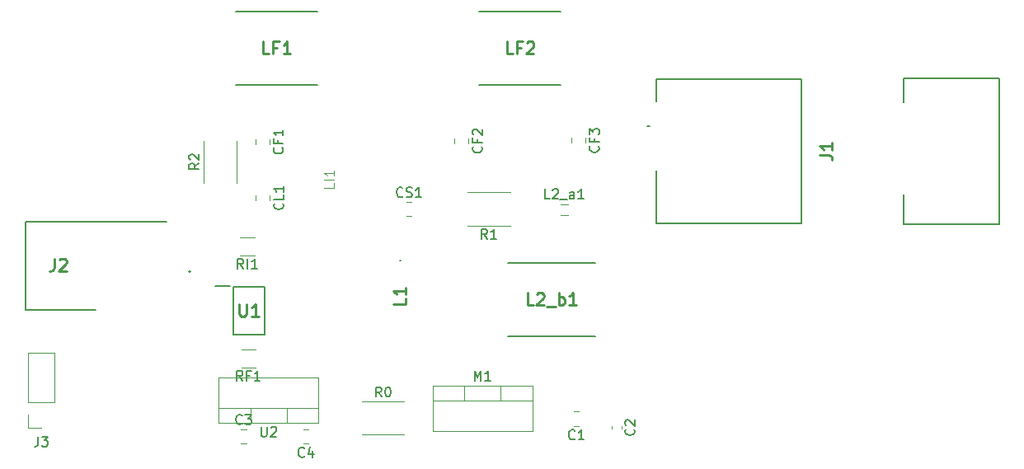
<source format=gbr>
%TF.GenerationSoftware,KiCad,Pcbnew,8.0.3-8.0.3-0~ubuntu23.10.1*%
%TF.CreationDate,2024-11-21T20:35:22-05:00*%
%TF.ProjectId,28mhz_class_e_amplifier_for_pi,32386d68-7a5f-4636-9c61-73735f655f61,alpha*%
%TF.SameCoordinates,Original*%
%TF.FileFunction,Legend,Top*%
%TF.FilePolarity,Positive*%
%FSLAX46Y46*%
G04 Gerber Fmt 4.6, Leading zero omitted, Abs format (unit mm)*
G04 Created by KiCad (PCBNEW 8.0.3-8.0.3-0~ubuntu23.10.1) date 2024-11-21 20:35:22*
%MOMM*%
%LPD*%
G01*
G04 APERTURE LIST*
%ADD10C,0.150000*%
%ADD11C,0.254000*%
%ADD12C,0.100000*%
%ADD13C,0.120000*%
%ADD14C,0.200000*%
G04 APERTURE END LIST*
D10*
X169189580Y-101616666D02*
X169237200Y-101664285D01*
X169237200Y-101664285D02*
X169284819Y-101807142D01*
X169284819Y-101807142D02*
X169284819Y-101902380D01*
X169284819Y-101902380D02*
X169237200Y-102045237D01*
X169237200Y-102045237D02*
X169141961Y-102140475D01*
X169141961Y-102140475D02*
X169046723Y-102188094D01*
X169046723Y-102188094D02*
X168856247Y-102235713D01*
X168856247Y-102235713D02*
X168713390Y-102235713D01*
X168713390Y-102235713D02*
X168522914Y-102188094D01*
X168522914Y-102188094D02*
X168427676Y-102140475D01*
X168427676Y-102140475D02*
X168332438Y-102045237D01*
X168332438Y-102045237D02*
X168284819Y-101902380D01*
X168284819Y-101902380D02*
X168284819Y-101807142D01*
X168284819Y-101807142D02*
X168332438Y-101664285D01*
X168332438Y-101664285D02*
X168380057Y-101616666D01*
X168380057Y-101235713D02*
X168332438Y-101188094D01*
X168332438Y-101188094D02*
X168284819Y-101092856D01*
X168284819Y-101092856D02*
X168284819Y-100854761D01*
X168284819Y-100854761D02*
X168332438Y-100759523D01*
X168332438Y-100759523D02*
X168380057Y-100711904D01*
X168380057Y-100711904D02*
X168475295Y-100664285D01*
X168475295Y-100664285D02*
X168570533Y-100664285D01*
X168570533Y-100664285D02*
X168713390Y-100711904D01*
X168713390Y-100711904D02*
X169284819Y-101283332D01*
X169284819Y-101283332D02*
X169284819Y-100664285D01*
X160573809Y-77954819D02*
X160097619Y-77954819D01*
X160097619Y-77954819D02*
X160097619Y-76954819D01*
X160859524Y-77050057D02*
X160907143Y-77002438D01*
X160907143Y-77002438D02*
X161002381Y-76954819D01*
X161002381Y-76954819D02*
X161240476Y-76954819D01*
X161240476Y-76954819D02*
X161335714Y-77002438D01*
X161335714Y-77002438D02*
X161383333Y-77050057D01*
X161383333Y-77050057D02*
X161430952Y-77145295D01*
X161430952Y-77145295D02*
X161430952Y-77240533D01*
X161430952Y-77240533D02*
X161383333Y-77383390D01*
X161383333Y-77383390D02*
X160811905Y-77954819D01*
X160811905Y-77954819D02*
X161430952Y-77954819D01*
X161621429Y-78050057D02*
X162383333Y-78050057D01*
X163050000Y-77954819D02*
X163050000Y-77431009D01*
X163050000Y-77431009D02*
X163002381Y-77335771D01*
X163002381Y-77335771D02*
X162907143Y-77288152D01*
X162907143Y-77288152D02*
X162716667Y-77288152D01*
X162716667Y-77288152D02*
X162621429Y-77335771D01*
X163050000Y-77907200D02*
X162954762Y-77954819D01*
X162954762Y-77954819D02*
X162716667Y-77954819D01*
X162716667Y-77954819D02*
X162621429Y-77907200D01*
X162621429Y-77907200D02*
X162573810Y-77811961D01*
X162573810Y-77811961D02*
X162573810Y-77716723D01*
X162573810Y-77716723D02*
X162621429Y-77621485D01*
X162621429Y-77621485D02*
X162716667Y-77573866D01*
X162716667Y-77573866D02*
X162954762Y-77573866D01*
X162954762Y-77573866D02*
X163050000Y-77526247D01*
X164050000Y-77954819D02*
X163478572Y-77954819D01*
X163764286Y-77954819D02*
X163764286Y-76954819D01*
X163764286Y-76954819D02*
X163669048Y-77097676D01*
X163669048Y-77097676D02*
X163573810Y-77192914D01*
X163573810Y-77192914D02*
X163478572Y-77240533D01*
X143283333Y-98284819D02*
X142950000Y-97808628D01*
X142711905Y-98284819D02*
X142711905Y-97284819D01*
X142711905Y-97284819D02*
X143092857Y-97284819D01*
X143092857Y-97284819D02*
X143188095Y-97332438D01*
X143188095Y-97332438D02*
X143235714Y-97380057D01*
X143235714Y-97380057D02*
X143283333Y-97475295D01*
X143283333Y-97475295D02*
X143283333Y-97618152D01*
X143283333Y-97618152D02*
X143235714Y-97713390D01*
X143235714Y-97713390D02*
X143188095Y-97761009D01*
X143188095Y-97761009D02*
X143092857Y-97808628D01*
X143092857Y-97808628D02*
X142711905Y-97808628D01*
X143902381Y-97284819D02*
X143997619Y-97284819D01*
X143997619Y-97284819D02*
X144092857Y-97332438D01*
X144092857Y-97332438D02*
X144140476Y-97380057D01*
X144140476Y-97380057D02*
X144188095Y-97475295D01*
X144188095Y-97475295D02*
X144235714Y-97665771D01*
X144235714Y-97665771D02*
X144235714Y-97903866D01*
X144235714Y-97903866D02*
X144188095Y-98094342D01*
X144188095Y-98094342D02*
X144140476Y-98189580D01*
X144140476Y-98189580D02*
X144092857Y-98237200D01*
X144092857Y-98237200D02*
X143997619Y-98284819D01*
X143997619Y-98284819D02*
X143902381Y-98284819D01*
X143902381Y-98284819D02*
X143807143Y-98237200D01*
X143807143Y-98237200D02*
X143759524Y-98189580D01*
X143759524Y-98189580D02*
X143711905Y-98094342D01*
X143711905Y-98094342D02*
X143664286Y-97903866D01*
X143664286Y-97903866D02*
X143664286Y-97665771D01*
X143664286Y-97665771D02*
X143711905Y-97475295D01*
X143711905Y-97475295D02*
X143759524Y-97380057D01*
X143759524Y-97380057D02*
X143807143Y-97332438D01*
X143807143Y-97332438D02*
X143902381Y-97284819D01*
X154133333Y-82074819D02*
X153800000Y-81598628D01*
X153561905Y-82074819D02*
X153561905Y-81074819D01*
X153561905Y-81074819D02*
X153942857Y-81074819D01*
X153942857Y-81074819D02*
X154038095Y-81122438D01*
X154038095Y-81122438D02*
X154085714Y-81170057D01*
X154085714Y-81170057D02*
X154133333Y-81265295D01*
X154133333Y-81265295D02*
X154133333Y-81408152D01*
X154133333Y-81408152D02*
X154085714Y-81503390D01*
X154085714Y-81503390D02*
X154038095Y-81551009D01*
X154038095Y-81551009D02*
X153942857Y-81598628D01*
X153942857Y-81598628D02*
X153561905Y-81598628D01*
X155085714Y-82074819D02*
X154514286Y-82074819D01*
X154800000Y-82074819D02*
X154800000Y-81074819D01*
X154800000Y-81074819D02*
X154704762Y-81217676D01*
X154704762Y-81217676D02*
X154609524Y-81312914D01*
X154609524Y-81312914D02*
X154514286Y-81360533D01*
X124534819Y-74316666D02*
X124058628Y-74649999D01*
X124534819Y-74888094D02*
X123534819Y-74888094D01*
X123534819Y-74888094D02*
X123534819Y-74507142D01*
X123534819Y-74507142D02*
X123582438Y-74411904D01*
X123582438Y-74411904D02*
X123630057Y-74364285D01*
X123630057Y-74364285D02*
X123725295Y-74316666D01*
X123725295Y-74316666D02*
X123868152Y-74316666D01*
X123868152Y-74316666D02*
X123963390Y-74364285D01*
X123963390Y-74364285D02*
X124011009Y-74411904D01*
X124011009Y-74411904D02*
X124058628Y-74507142D01*
X124058628Y-74507142D02*
X124058628Y-74888094D01*
X123630057Y-73935713D02*
X123582438Y-73888094D01*
X123582438Y-73888094D02*
X123534819Y-73792856D01*
X123534819Y-73792856D02*
X123534819Y-73554761D01*
X123534819Y-73554761D02*
X123582438Y-73459523D01*
X123582438Y-73459523D02*
X123630057Y-73411904D01*
X123630057Y-73411904D02*
X123725295Y-73364285D01*
X123725295Y-73364285D02*
X123820533Y-73364285D01*
X123820533Y-73364285D02*
X123963390Y-73411904D01*
X123963390Y-73411904D02*
X124534819Y-73983332D01*
X124534819Y-73983332D02*
X124534819Y-73364285D01*
X145457142Y-77679580D02*
X145409523Y-77727200D01*
X145409523Y-77727200D02*
X145266666Y-77774819D01*
X145266666Y-77774819D02*
X145171428Y-77774819D01*
X145171428Y-77774819D02*
X145028571Y-77727200D01*
X145028571Y-77727200D02*
X144933333Y-77631961D01*
X144933333Y-77631961D02*
X144885714Y-77536723D01*
X144885714Y-77536723D02*
X144838095Y-77346247D01*
X144838095Y-77346247D02*
X144838095Y-77203390D01*
X144838095Y-77203390D02*
X144885714Y-77012914D01*
X144885714Y-77012914D02*
X144933333Y-76917676D01*
X144933333Y-76917676D02*
X145028571Y-76822438D01*
X145028571Y-76822438D02*
X145171428Y-76774819D01*
X145171428Y-76774819D02*
X145266666Y-76774819D01*
X145266666Y-76774819D02*
X145409523Y-76822438D01*
X145409523Y-76822438D02*
X145457142Y-76870057D01*
X145838095Y-77727200D02*
X145980952Y-77774819D01*
X145980952Y-77774819D02*
X146219047Y-77774819D01*
X146219047Y-77774819D02*
X146314285Y-77727200D01*
X146314285Y-77727200D02*
X146361904Y-77679580D01*
X146361904Y-77679580D02*
X146409523Y-77584342D01*
X146409523Y-77584342D02*
X146409523Y-77489104D01*
X146409523Y-77489104D02*
X146361904Y-77393866D01*
X146361904Y-77393866D02*
X146314285Y-77346247D01*
X146314285Y-77346247D02*
X146219047Y-77298628D01*
X146219047Y-77298628D02*
X146028571Y-77251009D01*
X146028571Y-77251009D02*
X145933333Y-77203390D01*
X145933333Y-77203390D02*
X145885714Y-77155771D01*
X145885714Y-77155771D02*
X145838095Y-77060533D01*
X145838095Y-77060533D02*
X145838095Y-76965295D01*
X145838095Y-76965295D02*
X145885714Y-76870057D01*
X145885714Y-76870057D02*
X145933333Y-76822438D01*
X145933333Y-76822438D02*
X146028571Y-76774819D01*
X146028571Y-76774819D02*
X146266666Y-76774819D01*
X146266666Y-76774819D02*
X146409523Y-76822438D01*
X147361904Y-77774819D02*
X146790476Y-77774819D01*
X147076190Y-77774819D02*
X147076190Y-76774819D01*
X147076190Y-76774819D02*
X146980952Y-76917676D01*
X146980952Y-76917676D02*
X146885714Y-77012914D01*
X146885714Y-77012914D02*
X146790476Y-77060533D01*
X135358333Y-104389580D02*
X135310714Y-104437200D01*
X135310714Y-104437200D02*
X135167857Y-104484819D01*
X135167857Y-104484819D02*
X135072619Y-104484819D01*
X135072619Y-104484819D02*
X134929762Y-104437200D01*
X134929762Y-104437200D02*
X134834524Y-104341961D01*
X134834524Y-104341961D02*
X134786905Y-104246723D01*
X134786905Y-104246723D02*
X134739286Y-104056247D01*
X134739286Y-104056247D02*
X134739286Y-103913390D01*
X134739286Y-103913390D02*
X134786905Y-103722914D01*
X134786905Y-103722914D02*
X134834524Y-103627676D01*
X134834524Y-103627676D02*
X134929762Y-103532438D01*
X134929762Y-103532438D02*
X135072619Y-103484819D01*
X135072619Y-103484819D02*
X135167857Y-103484819D01*
X135167857Y-103484819D02*
X135310714Y-103532438D01*
X135310714Y-103532438D02*
X135358333Y-103580057D01*
X136215476Y-103818152D02*
X136215476Y-104484819D01*
X135977381Y-103437200D02*
X135739286Y-104151485D01*
X135739286Y-104151485D02*
X136358333Y-104151485D01*
X163133333Y-102589580D02*
X163085714Y-102637200D01*
X163085714Y-102637200D02*
X162942857Y-102684819D01*
X162942857Y-102684819D02*
X162847619Y-102684819D01*
X162847619Y-102684819D02*
X162704762Y-102637200D01*
X162704762Y-102637200D02*
X162609524Y-102541961D01*
X162609524Y-102541961D02*
X162561905Y-102446723D01*
X162561905Y-102446723D02*
X162514286Y-102256247D01*
X162514286Y-102256247D02*
X162514286Y-102113390D01*
X162514286Y-102113390D02*
X162561905Y-101922914D01*
X162561905Y-101922914D02*
X162609524Y-101827676D01*
X162609524Y-101827676D02*
X162704762Y-101732438D01*
X162704762Y-101732438D02*
X162847619Y-101684819D01*
X162847619Y-101684819D02*
X162942857Y-101684819D01*
X162942857Y-101684819D02*
X163085714Y-101732438D01*
X163085714Y-101732438D02*
X163133333Y-101780057D01*
X164085714Y-102684819D02*
X163514286Y-102684819D01*
X163800000Y-102684819D02*
X163800000Y-101684819D01*
X163800000Y-101684819D02*
X163704762Y-101827676D01*
X163704762Y-101827676D02*
X163609524Y-101922914D01*
X163609524Y-101922914D02*
X163514286Y-101970533D01*
X133114580Y-78421428D02*
X133162200Y-78469047D01*
X133162200Y-78469047D02*
X133209819Y-78611904D01*
X133209819Y-78611904D02*
X133209819Y-78707142D01*
X133209819Y-78707142D02*
X133162200Y-78849999D01*
X133162200Y-78849999D02*
X133066961Y-78945237D01*
X133066961Y-78945237D02*
X132971723Y-78992856D01*
X132971723Y-78992856D02*
X132781247Y-79040475D01*
X132781247Y-79040475D02*
X132638390Y-79040475D01*
X132638390Y-79040475D02*
X132447914Y-78992856D01*
X132447914Y-78992856D02*
X132352676Y-78945237D01*
X132352676Y-78945237D02*
X132257438Y-78849999D01*
X132257438Y-78849999D02*
X132209819Y-78707142D01*
X132209819Y-78707142D02*
X132209819Y-78611904D01*
X132209819Y-78611904D02*
X132257438Y-78469047D01*
X132257438Y-78469047D02*
X132305057Y-78421428D01*
X133209819Y-77516666D02*
X133209819Y-77992856D01*
X133209819Y-77992856D02*
X132209819Y-77992856D01*
X133209819Y-76659523D02*
X133209819Y-77230951D01*
X133209819Y-76945237D02*
X132209819Y-76945237D01*
X132209819Y-76945237D02*
X132352676Y-77040475D01*
X132352676Y-77040475D02*
X132447914Y-77135713D01*
X132447914Y-77135713D02*
X132495533Y-77230951D01*
X133089580Y-72695238D02*
X133137200Y-72742857D01*
X133137200Y-72742857D02*
X133184819Y-72885714D01*
X133184819Y-72885714D02*
X133184819Y-72980952D01*
X133184819Y-72980952D02*
X133137200Y-73123809D01*
X133137200Y-73123809D02*
X133041961Y-73219047D01*
X133041961Y-73219047D02*
X132946723Y-73266666D01*
X132946723Y-73266666D02*
X132756247Y-73314285D01*
X132756247Y-73314285D02*
X132613390Y-73314285D01*
X132613390Y-73314285D02*
X132422914Y-73266666D01*
X132422914Y-73266666D02*
X132327676Y-73219047D01*
X132327676Y-73219047D02*
X132232438Y-73123809D01*
X132232438Y-73123809D02*
X132184819Y-72980952D01*
X132184819Y-72980952D02*
X132184819Y-72885714D01*
X132184819Y-72885714D02*
X132232438Y-72742857D01*
X132232438Y-72742857D02*
X132280057Y-72695238D01*
X132661009Y-71933333D02*
X132661009Y-72266666D01*
X133184819Y-72266666D02*
X132184819Y-72266666D01*
X132184819Y-72266666D02*
X132184819Y-71790476D01*
X133184819Y-70885714D02*
X133184819Y-71457142D01*
X133184819Y-71171428D02*
X132184819Y-71171428D01*
X132184819Y-71171428D02*
X132327676Y-71266666D01*
X132327676Y-71266666D02*
X132422914Y-71361904D01*
X132422914Y-71361904D02*
X132470533Y-71457142D01*
X128958333Y-101029580D02*
X128910714Y-101077200D01*
X128910714Y-101077200D02*
X128767857Y-101124819D01*
X128767857Y-101124819D02*
X128672619Y-101124819D01*
X128672619Y-101124819D02*
X128529762Y-101077200D01*
X128529762Y-101077200D02*
X128434524Y-100981961D01*
X128434524Y-100981961D02*
X128386905Y-100886723D01*
X128386905Y-100886723D02*
X128339286Y-100696247D01*
X128339286Y-100696247D02*
X128339286Y-100553390D01*
X128339286Y-100553390D02*
X128386905Y-100362914D01*
X128386905Y-100362914D02*
X128434524Y-100267676D01*
X128434524Y-100267676D02*
X128529762Y-100172438D01*
X128529762Y-100172438D02*
X128672619Y-100124819D01*
X128672619Y-100124819D02*
X128767857Y-100124819D01*
X128767857Y-100124819D02*
X128910714Y-100172438D01*
X128910714Y-100172438D02*
X128958333Y-100220057D01*
X129291667Y-100124819D02*
X129910714Y-100124819D01*
X129910714Y-100124819D02*
X129577381Y-100505771D01*
X129577381Y-100505771D02*
X129720238Y-100505771D01*
X129720238Y-100505771D02*
X129815476Y-100553390D01*
X129815476Y-100553390D02*
X129863095Y-100601009D01*
X129863095Y-100601009D02*
X129910714Y-100696247D01*
X129910714Y-100696247D02*
X129910714Y-100934342D01*
X129910714Y-100934342D02*
X129863095Y-101029580D01*
X129863095Y-101029580D02*
X129815476Y-101077200D01*
X129815476Y-101077200D02*
X129720238Y-101124819D01*
X129720238Y-101124819D02*
X129434524Y-101124819D01*
X129434524Y-101124819D02*
X129339286Y-101077200D01*
X129339286Y-101077200D02*
X129291667Y-101029580D01*
X153539580Y-72595238D02*
X153587200Y-72642857D01*
X153587200Y-72642857D02*
X153634819Y-72785714D01*
X153634819Y-72785714D02*
X153634819Y-72880952D01*
X153634819Y-72880952D02*
X153587200Y-73023809D01*
X153587200Y-73023809D02*
X153491961Y-73119047D01*
X153491961Y-73119047D02*
X153396723Y-73166666D01*
X153396723Y-73166666D02*
X153206247Y-73214285D01*
X153206247Y-73214285D02*
X153063390Y-73214285D01*
X153063390Y-73214285D02*
X152872914Y-73166666D01*
X152872914Y-73166666D02*
X152777676Y-73119047D01*
X152777676Y-73119047D02*
X152682438Y-73023809D01*
X152682438Y-73023809D02*
X152634819Y-72880952D01*
X152634819Y-72880952D02*
X152634819Y-72785714D01*
X152634819Y-72785714D02*
X152682438Y-72642857D01*
X152682438Y-72642857D02*
X152730057Y-72595238D01*
X153111009Y-71833333D02*
X153111009Y-72166666D01*
X153634819Y-72166666D02*
X152634819Y-72166666D01*
X152634819Y-72166666D02*
X152634819Y-71690476D01*
X152730057Y-71357142D02*
X152682438Y-71309523D01*
X152682438Y-71309523D02*
X152634819Y-71214285D01*
X152634819Y-71214285D02*
X152634819Y-70976190D01*
X152634819Y-70976190D02*
X152682438Y-70880952D01*
X152682438Y-70880952D02*
X152730057Y-70833333D01*
X152730057Y-70833333D02*
X152825295Y-70785714D01*
X152825295Y-70785714D02*
X152920533Y-70785714D01*
X152920533Y-70785714D02*
X153063390Y-70833333D01*
X153063390Y-70833333D02*
X153634819Y-71404761D01*
X153634819Y-71404761D02*
X153634819Y-70785714D01*
X165539580Y-72545238D02*
X165587200Y-72592857D01*
X165587200Y-72592857D02*
X165634819Y-72735714D01*
X165634819Y-72735714D02*
X165634819Y-72830952D01*
X165634819Y-72830952D02*
X165587200Y-72973809D01*
X165587200Y-72973809D02*
X165491961Y-73069047D01*
X165491961Y-73069047D02*
X165396723Y-73116666D01*
X165396723Y-73116666D02*
X165206247Y-73164285D01*
X165206247Y-73164285D02*
X165063390Y-73164285D01*
X165063390Y-73164285D02*
X164872914Y-73116666D01*
X164872914Y-73116666D02*
X164777676Y-73069047D01*
X164777676Y-73069047D02*
X164682438Y-72973809D01*
X164682438Y-72973809D02*
X164634819Y-72830952D01*
X164634819Y-72830952D02*
X164634819Y-72735714D01*
X164634819Y-72735714D02*
X164682438Y-72592857D01*
X164682438Y-72592857D02*
X164730057Y-72545238D01*
X165111009Y-71783333D02*
X165111009Y-72116666D01*
X165634819Y-72116666D02*
X164634819Y-72116666D01*
X164634819Y-72116666D02*
X164634819Y-71640476D01*
X164634819Y-71354761D02*
X164634819Y-70735714D01*
X164634819Y-70735714D02*
X165015771Y-71069047D01*
X165015771Y-71069047D02*
X165015771Y-70926190D01*
X165015771Y-70926190D02*
X165063390Y-70830952D01*
X165063390Y-70830952D02*
X165111009Y-70783333D01*
X165111009Y-70783333D02*
X165206247Y-70735714D01*
X165206247Y-70735714D02*
X165444342Y-70735714D01*
X165444342Y-70735714D02*
X165539580Y-70783333D01*
X165539580Y-70783333D02*
X165587200Y-70830952D01*
X165587200Y-70830952D02*
X165634819Y-70926190D01*
X165634819Y-70926190D02*
X165634819Y-71211904D01*
X165634819Y-71211904D02*
X165587200Y-71307142D01*
X165587200Y-71307142D02*
X165539580Y-71354761D01*
D11*
X131744047Y-63074318D02*
X131139285Y-63074318D01*
X131139285Y-63074318D02*
X131139285Y-61804318D01*
X132590714Y-62409080D02*
X132167380Y-62409080D01*
X132167380Y-63074318D02*
X132167380Y-61804318D01*
X132167380Y-61804318D02*
X132772142Y-61804318D01*
X133921190Y-63074318D02*
X133195475Y-63074318D01*
X133558332Y-63074318D02*
X133558332Y-61804318D01*
X133558332Y-61804318D02*
X133437380Y-61985746D01*
X133437380Y-61985746D02*
X133316428Y-62106699D01*
X133316428Y-62106699D02*
X133195475Y-62167175D01*
X158875237Y-88874318D02*
X158270475Y-88874318D01*
X158270475Y-88874318D02*
X158270475Y-87604318D01*
X159238094Y-87725270D02*
X159298570Y-87664794D01*
X159298570Y-87664794D02*
X159419523Y-87604318D01*
X159419523Y-87604318D02*
X159721904Y-87604318D01*
X159721904Y-87604318D02*
X159842856Y-87664794D01*
X159842856Y-87664794D02*
X159903332Y-87725270D01*
X159903332Y-87725270D02*
X159963809Y-87846222D01*
X159963809Y-87846222D02*
X159963809Y-87967175D01*
X159963809Y-87967175D02*
X159903332Y-88148603D01*
X159903332Y-88148603D02*
X159177618Y-88874318D01*
X159177618Y-88874318D02*
X159963809Y-88874318D01*
X160205714Y-88995270D02*
X161173333Y-88995270D01*
X161475713Y-88874318D02*
X161475713Y-87604318D01*
X161475713Y-88088127D02*
X161596666Y-88027651D01*
X161596666Y-88027651D02*
X161838571Y-88027651D01*
X161838571Y-88027651D02*
X161959523Y-88088127D01*
X161959523Y-88088127D02*
X162019999Y-88148603D01*
X162019999Y-88148603D02*
X162080475Y-88269556D01*
X162080475Y-88269556D02*
X162080475Y-88632413D01*
X162080475Y-88632413D02*
X162019999Y-88753365D01*
X162019999Y-88753365D02*
X161959523Y-88813842D01*
X161959523Y-88813842D02*
X161838571Y-88874318D01*
X161838571Y-88874318D02*
X161596666Y-88874318D01*
X161596666Y-88874318D02*
X161475713Y-88813842D01*
X163290000Y-88874318D02*
X162564285Y-88874318D01*
X162927142Y-88874318D02*
X162927142Y-87604318D01*
X162927142Y-87604318D02*
X162806190Y-87785746D01*
X162806190Y-87785746D02*
X162685238Y-87906699D01*
X162685238Y-87906699D02*
X162564285Y-87967175D01*
X109662167Y-84095318D02*
X109662167Y-85002461D01*
X109662167Y-85002461D02*
X109601690Y-85183889D01*
X109601690Y-85183889D02*
X109480738Y-85304842D01*
X109480738Y-85304842D02*
X109299309Y-85365318D01*
X109299309Y-85365318D02*
X109178357Y-85365318D01*
X110206452Y-84216270D02*
X110266928Y-84155794D01*
X110266928Y-84155794D02*
X110387881Y-84095318D01*
X110387881Y-84095318D02*
X110690262Y-84095318D01*
X110690262Y-84095318D02*
X110811214Y-84155794D01*
X110811214Y-84155794D02*
X110871690Y-84216270D01*
X110871690Y-84216270D02*
X110932167Y-84337222D01*
X110932167Y-84337222D02*
X110932167Y-84458175D01*
X110932167Y-84458175D02*
X110871690Y-84639603D01*
X110871690Y-84639603D02*
X110145976Y-85365318D01*
X110145976Y-85365318D02*
X110932167Y-85365318D01*
X188293318Y-73463332D02*
X189200461Y-73463332D01*
X189200461Y-73463332D02*
X189381889Y-73523809D01*
X189381889Y-73523809D02*
X189502842Y-73644761D01*
X189502842Y-73644761D02*
X189563318Y-73826190D01*
X189563318Y-73826190D02*
X189563318Y-73947142D01*
X189563318Y-72193332D02*
X189563318Y-72919047D01*
X189563318Y-72556190D02*
X188293318Y-72556190D01*
X188293318Y-72556190D02*
X188474746Y-72677142D01*
X188474746Y-72677142D02*
X188595699Y-72798094D01*
X188595699Y-72798094D02*
X188656175Y-72919047D01*
X128682380Y-88754318D02*
X128682380Y-89782413D01*
X128682380Y-89782413D02*
X128742857Y-89903365D01*
X128742857Y-89903365D02*
X128803333Y-89963842D01*
X128803333Y-89963842D02*
X128924285Y-90024318D01*
X128924285Y-90024318D02*
X129166190Y-90024318D01*
X129166190Y-90024318D02*
X129287142Y-89963842D01*
X129287142Y-89963842D02*
X129347619Y-89903365D01*
X129347619Y-89903365D02*
X129408095Y-89782413D01*
X129408095Y-89782413D02*
X129408095Y-88754318D01*
X130678095Y-90024318D02*
X129952380Y-90024318D01*
X130315237Y-90024318D02*
X130315237Y-88754318D01*
X130315237Y-88754318D02*
X130194285Y-88935746D01*
X130194285Y-88935746D02*
X130073333Y-89056699D01*
X130073333Y-89056699D02*
X129952380Y-89117175D01*
D10*
X130938095Y-101379819D02*
X130938095Y-102189342D01*
X130938095Y-102189342D02*
X130985714Y-102284580D01*
X130985714Y-102284580D02*
X131033333Y-102332200D01*
X131033333Y-102332200D02*
X131128571Y-102379819D01*
X131128571Y-102379819D02*
X131319047Y-102379819D01*
X131319047Y-102379819D02*
X131414285Y-102332200D01*
X131414285Y-102332200D02*
X131461904Y-102284580D01*
X131461904Y-102284580D02*
X131509523Y-102189342D01*
X131509523Y-102189342D02*
X131509523Y-101379819D01*
X131938095Y-101475057D02*
X131985714Y-101427438D01*
X131985714Y-101427438D02*
X132080952Y-101379819D01*
X132080952Y-101379819D02*
X132319047Y-101379819D01*
X132319047Y-101379819D02*
X132414285Y-101427438D01*
X132414285Y-101427438D02*
X132461904Y-101475057D01*
X132461904Y-101475057D02*
X132509523Y-101570295D01*
X132509523Y-101570295D02*
X132509523Y-101665533D01*
X132509523Y-101665533D02*
X132461904Y-101808390D01*
X132461904Y-101808390D02*
X131890476Y-102379819D01*
X131890476Y-102379819D02*
X132509523Y-102379819D01*
D11*
X145774318Y-88161666D02*
X145774318Y-88766428D01*
X145774318Y-88766428D02*
X144504318Y-88766428D01*
X145774318Y-87073094D02*
X145774318Y-87798809D01*
X145774318Y-87435952D02*
X144504318Y-87435952D01*
X144504318Y-87435952D02*
X144685746Y-87556904D01*
X144685746Y-87556904D02*
X144806699Y-87677856D01*
X144806699Y-87677856D02*
X144867175Y-87798809D01*
D10*
X129095238Y-85124819D02*
X128761905Y-84648628D01*
X128523810Y-85124819D02*
X128523810Y-84124819D01*
X128523810Y-84124819D02*
X128904762Y-84124819D01*
X128904762Y-84124819D02*
X129000000Y-84172438D01*
X129000000Y-84172438D02*
X129047619Y-84220057D01*
X129047619Y-84220057D02*
X129095238Y-84315295D01*
X129095238Y-84315295D02*
X129095238Y-84458152D01*
X129095238Y-84458152D02*
X129047619Y-84553390D01*
X129047619Y-84553390D02*
X129000000Y-84601009D01*
X129000000Y-84601009D02*
X128904762Y-84648628D01*
X128904762Y-84648628D02*
X128523810Y-84648628D01*
X129523810Y-85124819D02*
X129523810Y-84124819D01*
X130523809Y-85124819D02*
X129952381Y-85124819D01*
X130238095Y-85124819D02*
X130238095Y-84124819D01*
X130238095Y-84124819D02*
X130142857Y-84267676D01*
X130142857Y-84267676D02*
X130047619Y-84362914D01*
X130047619Y-84362914D02*
X129952381Y-84410533D01*
D11*
X156744047Y-63074318D02*
X156139285Y-63074318D01*
X156139285Y-63074318D02*
X156139285Y-61804318D01*
X157590714Y-62409080D02*
X157167380Y-62409080D01*
X157167380Y-63074318D02*
X157167380Y-61804318D01*
X157167380Y-61804318D02*
X157772142Y-61804318D01*
X158195475Y-61925270D02*
X158255951Y-61864794D01*
X158255951Y-61864794D02*
X158376904Y-61804318D01*
X158376904Y-61804318D02*
X158679285Y-61804318D01*
X158679285Y-61804318D02*
X158800237Y-61864794D01*
X158800237Y-61864794D02*
X158860713Y-61925270D01*
X158860713Y-61925270D02*
X158921190Y-62046222D01*
X158921190Y-62046222D02*
X158921190Y-62167175D01*
X158921190Y-62167175D02*
X158860713Y-62348603D01*
X158860713Y-62348603D02*
X158134999Y-63074318D01*
X158134999Y-63074318D02*
X158921190Y-63074318D01*
D10*
X129004761Y-96624819D02*
X128671428Y-96148628D01*
X128433333Y-96624819D02*
X128433333Y-95624819D01*
X128433333Y-95624819D02*
X128814285Y-95624819D01*
X128814285Y-95624819D02*
X128909523Y-95672438D01*
X128909523Y-95672438D02*
X128957142Y-95720057D01*
X128957142Y-95720057D02*
X129004761Y-95815295D01*
X129004761Y-95815295D02*
X129004761Y-95958152D01*
X129004761Y-95958152D02*
X128957142Y-96053390D01*
X128957142Y-96053390D02*
X128909523Y-96101009D01*
X128909523Y-96101009D02*
X128814285Y-96148628D01*
X128814285Y-96148628D02*
X128433333Y-96148628D01*
X129766666Y-96101009D02*
X129433333Y-96101009D01*
X129433333Y-96624819D02*
X129433333Y-95624819D01*
X129433333Y-95624819D02*
X129909523Y-95624819D01*
X130814285Y-96624819D02*
X130242857Y-96624819D01*
X130528571Y-96624819D02*
X130528571Y-95624819D01*
X130528571Y-95624819D02*
X130433333Y-95767676D01*
X130433333Y-95767676D02*
X130338095Y-95862914D01*
X130338095Y-95862914D02*
X130242857Y-95910533D01*
X152830476Y-96609819D02*
X152830476Y-95609819D01*
X152830476Y-95609819D02*
X153163809Y-96324104D01*
X153163809Y-96324104D02*
X153497142Y-95609819D01*
X153497142Y-95609819D02*
X153497142Y-96609819D01*
X154497142Y-96609819D02*
X153925714Y-96609819D01*
X154211428Y-96609819D02*
X154211428Y-95609819D01*
X154211428Y-95609819D02*
X154116190Y-95752676D01*
X154116190Y-95752676D02*
X154020952Y-95847914D01*
X154020952Y-95847914D02*
X153925714Y-95895533D01*
X108016666Y-102379819D02*
X108016666Y-103094104D01*
X108016666Y-103094104D02*
X107969047Y-103236961D01*
X107969047Y-103236961D02*
X107873809Y-103332200D01*
X107873809Y-103332200D02*
X107730952Y-103379819D01*
X107730952Y-103379819D02*
X107635714Y-103379819D01*
X108397619Y-102379819D02*
X109016666Y-102379819D01*
X109016666Y-102379819D02*
X108683333Y-102760771D01*
X108683333Y-102760771D02*
X108826190Y-102760771D01*
X108826190Y-102760771D02*
X108921428Y-102808390D01*
X108921428Y-102808390D02*
X108969047Y-102856009D01*
X108969047Y-102856009D02*
X109016666Y-102951247D01*
X109016666Y-102951247D02*
X109016666Y-103189342D01*
X109016666Y-103189342D02*
X108969047Y-103284580D01*
X108969047Y-103284580D02*
X108921428Y-103332200D01*
X108921428Y-103332200D02*
X108826190Y-103379819D01*
X108826190Y-103379819D02*
X108540476Y-103379819D01*
X108540476Y-103379819D02*
X108445238Y-103332200D01*
X108445238Y-103332200D02*
X108397619Y-103284580D01*
D12*
X138407419Y-76354761D02*
X138407419Y-76830951D01*
X138407419Y-76830951D02*
X137407419Y-76830951D01*
X138407419Y-76021427D02*
X137407419Y-76021427D01*
X138407419Y-75021428D02*
X138407419Y-75592856D01*
X138407419Y-75307142D02*
X137407419Y-75307142D01*
X137407419Y-75307142D02*
X137550276Y-75402380D01*
X137550276Y-75402380D02*
X137645514Y-75497618D01*
X137645514Y-75497618D02*
X137693133Y-75592856D01*
D13*
%TO.C,C2*%
X166890000Y-101303733D02*
X166890000Y-101596267D01*
X167910000Y-101303733D02*
X167910000Y-101596267D01*
%TO.C,L2_a1*%
X161639758Y-79610000D02*
X162460242Y-79610000D01*
X161639758Y-78490000D02*
X162460242Y-78490000D01*
%TO.C,R0*%
X141272936Y-102160000D02*
X145627064Y-102160000D01*
X141272936Y-98740000D02*
X145627064Y-98740000D01*
%TO.C,R1*%
X156477064Y-77290000D02*
X152122936Y-77290000D01*
X156477064Y-80710000D02*
X152122936Y-80710000D01*
%TO.C,R2*%
X128410000Y-76327064D02*
X128410000Y-71972936D01*
X124990000Y-76327064D02*
X124990000Y-71972936D01*
%TO.C,CS1*%
X145838748Y-79735000D02*
X146361252Y-79735000D01*
X145838748Y-78265000D02*
X146361252Y-78265000D01*
%TO.C,C4*%
X135786252Y-101615000D02*
X135263748Y-101615000D01*
X135786252Y-103085000D02*
X135263748Y-103085000D01*
%TO.C,C1*%
X163561252Y-99815000D02*
X163038748Y-99815000D01*
X163561252Y-101285000D02*
X163038748Y-101285000D01*
%TO.C,CL1*%
X130340000Y-77588748D02*
X130340000Y-78111252D01*
X131810000Y-77588748D02*
X131810000Y-78111252D01*
%TO.C,CF1*%
X130315000Y-71838748D02*
X130315000Y-72361252D01*
X131785000Y-71838748D02*
X131785000Y-72361252D01*
%TO.C,C3*%
X128863748Y-103085000D02*
X129386252Y-103085000D01*
X128863748Y-101615000D02*
X129386252Y-101615000D01*
%TO.C,CF2*%
X150765000Y-71738748D02*
X150765000Y-72261252D01*
X152235000Y-71738748D02*
X152235000Y-72261252D01*
%TO.C,CF3*%
X162765000Y-71688748D02*
X162765000Y-72211252D01*
X164235000Y-71688748D02*
X164235000Y-72211252D01*
D14*
%TO.C,LF1*%
X136700000Y-66245000D02*
X128300000Y-66245000D01*
X128300000Y-58755000D02*
X136700000Y-58755000D01*
%TO.C,L2_b1*%
X156250000Y-92045000D02*
X165250000Y-92045000D01*
X156250000Y-84555000D02*
X165250000Y-84555000D01*
%TO.C,J2*%
X123640500Y-85411000D02*
G75*
G02*
X123512500Y-85411000I-64000J0D01*
G01*
X123512500Y-85411000D02*
G75*
G02*
X123640500Y-85411000I64000J0D01*
G01*
X113959500Y-89350000D02*
X106709500Y-89350000D01*
X106709500Y-89350000D02*
X106709500Y-80350000D01*
X106709500Y-80350000D02*
X121209500Y-80350000D01*
%TO.C,J1*%
X206700000Y-80540000D02*
X196900000Y-80540000D01*
X206700000Y-65540000D02*
X206700000Y-80540000D01*
X196900000Y-80540000D02*
X196900000Y-78040000D01*
X196900000Y-78040000D02*
X196900000Y-77540000D01*
X196900000Y-68040000D02*
X196900000Y-65540000D01*
X196900000Y-65540000D02*
X206700000Y-65540000D01*
X186400000Y-80440000D02*
X171500000Y-80440000D01*
X186400000Y-65640000D02*
X186400000Y-80440000D01*
X171500000Y-80440000D02*
X171500000Y-75040000D01*
X171500000Y-65640000D02*
X186400000Y-65640000D01*
X171500000Y-65640000D02*
X171500000Y-67960000D01*
X170800000Y-70500000D02*
X170600000Y-70500000D01*
X170600000Y-70500000D02*
X170800000Y-70500000D01*
%TO.C,U1*%
X126175000Y-86870000D02*
X127700000Y-86870000D01*
X128050000Y-86999000D02*
X131250000Y-86999000D01*
X128050000Y-91901000D02*
X128050000Y-86999000D01*
X131250000Y-86999000D02*
X131250000Y-91901000D01*
X131250000Y-91901000D02*
X128050000Y-91901000D01*
D13*
%TO.C,U2*%
X136820000Y-100925000D02*
X136820000Y-96284000D01*
X136820000Y-100925000D02*
X126580000Y-100925000D01*
X136820000Y-99415000D02*
X126580000Y-99415000D01*
X136820000Y-96284000D02*
X126580000Y-96284000D01*
X133550000Y-100925000D02*
X133550000Y-99415000D01*
X129849000Y-100925000D02*
X129849000Y-99415000D01*
X126580000Y-100925000D02*
X126580000Y-96284000D01*
D14*
%TO.C,L1*%
X145250000Y-84325000D02*
G75*
G02*
X145150000Y-84325000I-50000J0D01*
G01*
X145150000Y-84325000D02*
G75*
G02*
X145250000Y-84325000I50000J0D01*
G01*
D13*
%TO.C,RI1*%
X130227064Y-83760000D02*
X128772936Y-83760000D01*
X130227064Y-81940000D02*
X128772936Y-81940000D01*
D14*
%TO.C,LF2*%
X161700000Y-66245000D02*
X153300000Y-66245000D01*
X153300000Y-58755000D02*
X161700000Y-58755000D01*
D13*
%TO.C,RF1*%
X130327064Y-95260000D02*
X128872936Y-95260000D01*
X130327064Y-93440000D02*
X128872936Y-93440000D01*
%TO.C,M1*%
X148520000Y-97155000D02*
X158760000Y-97155000D01*
X148520000Y-98665000D02*
X158760000Y-98665000D01*
X158760000Y-97155000D02*
X158760000Y-101796000D01*
X148520000Y-101796000D02*
X158760000Y-101796000D01*
X155491000Y-97155000D02*
X155491000Y-98665000D01*
X151790000Y-97155000D02*
X151790000Y-98665000D01*
X148520000Y-97155000D02*
X148520000Y-101796000D01*
%TO.C,J3*%
X109680000Y-98885000D02*
X109680000Y-93745000D01*
X109680000Y-98885000D02*
X107020000Y-98885000D01*
X109680000Y-93745000D02*
X107020000Y-93745000D01*
X108350000Y-101485000D02*
X107020000Y-101485000D01*
X107020000Y-101485000D02*
X107020000Y-100155000D01*
X107020000Y-98885000D02*
X107020000Y-93745000D01*
%TD*%
M02*

</source>
